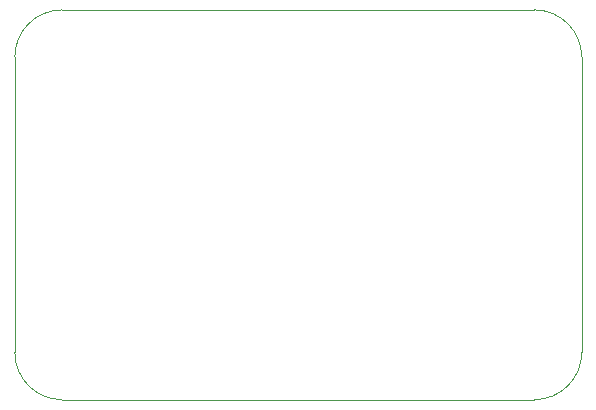
<source format=gbr>
%TF.GenerationSoftware,KiCad,Pcbnew,7.0.10*%
%TF.CreationDate,2024-03-02T17:10:40+01:00*%
%TF.ProjectId,explorer,6578706c-6f72-4657-922e-6b696361645f,rev?*%
%TF.SameCoordinates,Original*%
%TF.FileFunction,Profile,NP*%
%FSLAX46Y46*%
G04 Gerber Fmt 4.6, Leading zero omitted, Abs format (unit mm)*
G04 Created by KiCad (PCBNEW 7.0.10) date 2024-03-02 17:10:40*
%MOMM*%
%LPD*%
G01*
G04 APERTURE LIST*
%TA.AperFunction,Profile*%
%ADD10C,0.100000*%
%TD*%
G04 APERTURE END LIST*
D10*
X52900000Y77100000D02*
G75*
G03*
X48900000Y73100000I0J-4000000D01*
G01*
X92900000Y44100000D02*
G75*
G03*
X96900000Y48100000I0J4000000D01*
G01*
X48900000Y48100000D02*
G75*
G03*
X52900000Y44100000I4000000J0D01*
G01*
X52900000Y77100000D02*
X92900000Y77100000D01*
X92900000Y44100000D02*
X52900000Y44100000D01*
X48900000Y73100000D02*
X48900000Y48100000D01*
X96900000Y73100000D02*
X96900000Y48100000D01*
X96900000Y73100000D02*
G75*
G03*
X92900000Y77100000I-4000000J0D01*
G01*
M02*

</source>
